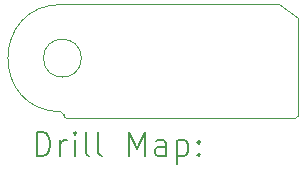
<source format=gbr>
%TF.GenerationSoftware,KiCad,Pcbnew,7.0.1*%
%TF.CreationDate,2025-03-05T17:14:20+01:00*%
%TF.ProjectId,hextrudort_fila_sens,68657874-7275-4646-9f72-745f66696c61,rev?*%
%TF.SameCoordinates,Original*%
%TF.FileFunction,Drillmap*%
%TF.FilePolarity,Positive*%
%FSLAX45Y45*%
G04 Gerber Fmt 4.5, Leading zero omitted, Abs format (unit mm)*
G04 Created by KiCad (PCBNEW 7.0.1) date 2025-03-05 17:14:20*
%MOMM*%
%LPD*%
G01*
G04 APERTURE LIST*
%ADD10C,0.100000*%
%ADD11C,0.200000*%
G04 APERTURE END LIST*
D10*
X11459998Y-8714015D02*
G75*
G03*
X11440365Y-8694015I-19999J5D01*
G01*
X11610779Y-8239833D02*
G75*
G03*
X11610779Y-8239833I-160780J0D01*
G01*
X13286687Y-7785552D02*
X11445874Y-7785218D01*
X11460003Y-8714015D02*
X11460000Y-8720000D01*
X11460000Y-8720000D02*
G75*
G03*
X11490000Y-8750000I30000J0D01*
G01*
X11490000Y-8750000D02*
X13420000Y-8750000D01*
X13420000Y-8750000D02*
G75*
G03*
X13448460Y-8729487I0J30000D01*
G01*
X13448510Y-7903496D02*
X13286687Y-7785552D01*
X11445874Y-7785219D02*
G75*
G03*
X11440401Y-8694362I-2602J-454572D01*
G01*
X13448460Y-8729487D02*
X13448510Y-7903496D01*
D11*
X11231311Y-9067524D02*
X11231311Y-8867524D01*
X11231311Y-8867524D02*
X11278930Y-8867524D01*
X11278930Y-8867524D02*
X11307502Y-8877048D01*
X11307502Y-8877048D02*
X11326549Y-8896095D01*
X11326549Y-8896095D02*
X11336073Y-8915143D01*
X11336073Y-8915143D02*
X11345597Y-8953238D01*
X11345597Y-8953238D02*
X11345597Y-8981810D01*
X11345597Y-8981810D02*
X11336073Y-9019905D01*
X11336073Y-9019905D02*
X11326549Y-9038952D01*
X11326549Y-9038952D02*
X11307502Y-9058000D01*
X11307502Y-9058000D02*
X11278930Y-9067524D01*
X11278930Y-9067524D02*
X11231311Y-9067524D01*
X11431311Y-9067524D02*
X11431311Y-8934190D01*
X11431311Y-8972286D02*
X11440835Y-8953238D01*
X11440835Y-8953238D02*
X11450359Y-8943714D01*
X11450359Y-8943714D02*
X11469406Y-8934190D01*
X11469406Y-8934190D02*
X11488454Y-8934190D01*
X11555121Y-9067524D02*
X11555121Y-8934190D01*
X11555121Y-8867524D02*
X11545597Y-8877048D01*
X11545597Y-8877048D02*
X11555121Y-8886571D01*
X11555121Y-8886571D02*
X11564644Y-8877048D01*
X11564644Y-8877048D02*
X11555121Y-8867524D01*
X11555121Y-8867524D02*
X11555121Y-8886571D01*
X11678930Y-9067524D02*
X11659882Y-9058000D01*
X11659882Y-9058000D02*
X11650359Y-9038952D01*
X11650359Y-9038952D02*
X11650359Y-8867524D01*
X11783692Y-9067524D02*
X11764644Y-9058000D01*
X11764644Y-9058000D02*
X11755121Y-9038952D01*
X11755121Y-9038952D02*
X11755121Y-8867524D01*
X12012263Y-9067524D02*
X12012263Y-8867524D01*
X12012263Y-8867524D02*
X12078930Y-9010381D01*
X12078930Y-9010381D02*
X12145597Y-8867524D01*
X12145597Y-8867524D02*
X12145597Y-9067524D01*
X12326549Y-9067524D02*
X12326549Y-8962762D01*
X12326549Y-8962762D02*
X12317025Y-8943714D01*
X12317025Y-8943714D02*
X12297978Y-8934190D01*
X12297978Y-8934190D02*
X12259882Y-8934190D01*
X12259882Y-8934190D02*
X12240835Y-8943714D01*
X12326549Y-9058000D02*
X12307502Y-9067524D01*
X12307502Y-9067524D02*
X12259882Y-9067524D01*
X12259882Y-9067524D02*
X12240835Y-9058000D01*
X12240835Y-9058000D02*
X12231311Y-9038952D01*
X12231311Y-9038952D02*
X12231311Y-9019905D01*
X12231311Y-9019905D02*
X12240835Y-9000857D01*
X12240835Y-9000857D02*
X12259882Y-8991333D01*
X12259882Y-8991333D02*
X12307502Y-8991333D01*
X12307502Y-8991333D02*
X12326549Y-8981810D01*
X12421787Y-8934190D02*
X12421787Y-9134190D01*
X12421787Y-8943714D02*
X12440835Y-8934190D01*
X12440835Y-8934190D02*
X12478930Y-8934190D01*
X12478930Y-8934190D02*
X12497978Y-8943714D01*
X12497978Y-8943714D02*
X12507502Y-8953238D01*
X12507502Y-8953238D02*
X12517025Y-8972286D01*
X12517025Y-8972286D02*
X12517025Y-9029429D01*
X12517025Y-9029429D02*
X12507502Y-9048476D01*
X12507502Y-9048476D02*
X12497978Y-9058000D01*
X12497978Y-9058000D02*
X12478930Y-9067524D01*
X12478930Y-9067524D02*
X12440835Y-9067524D01*
X12440835Y-9067524D02*
X12421787Y-9058000D01*
X12602740Y-9048476D02*
X12612263Y-9058000D01*
X12612263Y-9058000D02*
X12602740Y-9067524D01*
X12602740Y-9067524D02*
X12593216Y-9058000D01*
X12593216Y-9058000D02*
X12602740Y-9048476D01*
X12602740Y-9048476D02*
X12602740Y-9067524D01*
X12602740Y-8943714D02*
X12612263Y-8953238D01*
X12612263Y-8953238D02*
X12602740Y-8962762D01*
X12602740Y-8962762D02*
X12593216Y-8953238D01*
X12593216Y-8953238D02*
X12602740Y-8943714D01*
X12602740Y-8943714D02*
X12602740Y-8962762D01*
M02*

</source>
